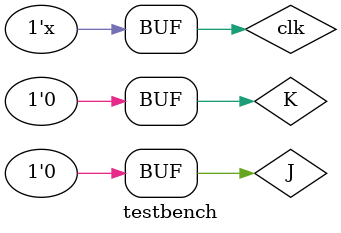
<source format=v>
`timescale 1ns/1ns
module testbench;
	
	reg	J, K, clk;
	wire	Q, Qn;

	JK_FF JK_FF_1(J, K, clk, Q, Qn);
	
	initial begin
		clk <= 1'b1;
		J <= 1'b0;
		K <= 1'b1;
		#30 J <= 1'b1;
		#30 K <= 1'b0;
		#30 J <= 1'b0;
	end
	always begin
		#10 clk = ~clk;
	end
endmodule

</source>
